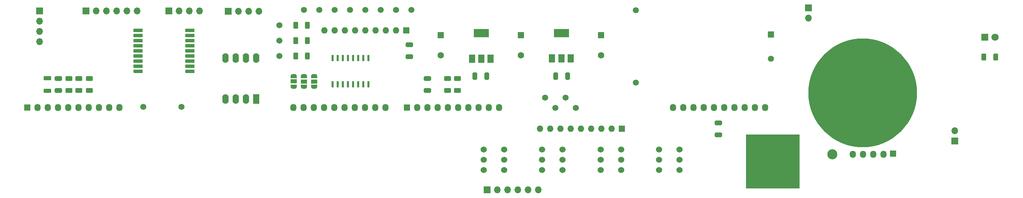
<source format=gbs>
%TF.GenerationSoftware,KiCad,Pcbnew,(6.0.0)*%
%TF.CreationDate,2022-01-20T15:09:40+01:00*%
%TF.ProjectId,AlimentatoreDaBancoExATX,416c696d-656e-4746-9174-6f7265446142,rev?*%
%TF.SameCoordinates,Original*%
%TF.FileFunction,Soldermask,Bot*%
%TF.FilePolarity,Negative*%
%FSLAX46Y46*%
G04 Gerber Fmt 4.6, Leading zero omitted, Abs format (unit mm)*
G04 Created by KiCad (PCBNEW (6.0.0)) date 2022-01-20 15:09:40*
%MOMM*%
%LPD*%
G01*
G04 APERTURE LIST*
G04 Aperture macros list*
%AMRoundRect*
0 Rectangle with rounded corners*
0 $1 Rounding radius*
0 $2 $3 $4 $5 $6 $7 $8 $9 X,Y pos of 4 corners*
0 Add a 4 corners polygon primitive as box body*
4,1,4,$2,$3,$4,$5,$6,$7,$8,$9,$2,$3,0*
0 Add four circle primitives for the rounded corners*
1,1,$1+$1,$2,$3*
1,1,$1+$1,$4,$5*
1,1,$1+$1,$6,$7*
1,1,$1+$1,$8,$9*
0 Add four rect primitives between the rounded corners*
20,1,$1+$1,$2,$3,$4,$5,0*
20,1,$1+$1,$4,$5,$6,$7,0*
20,1,$1+$1,$6,$7,$8,$9,0*
20,1,$1+$1,$8,$9,$2,$3,0*%
%AMFreePoly0*
4,1,22,0.550000,-0.750000,0.000000,-0.750000,0.000000,-0.745033,-0.079941,-0.743568,-0.215256,-0.701293,-0.333266,-0.622738,-0.424486,-0.514219,-0.481581,-0.384460,-0.499164,-0.250000,-0.500000,-0.250000,-0.500000,0.250000,-0.499164,0.250000,-0.499963,0.256109,-0.478152,0.396186,-0.417904,0.524511,-0.324060,0.630769,-0.204165,0.706417,-0.067858,0.745374,0.000000,0.744959,0.000000,0.750000,
0.550000,0.750000,0.550000,-0.750000,0.550000,-0.750000,$1*%
%AMFreePoly1*
4,1,20,0.000000,0.744959,0.073905,0.744508,0.209726,0.703889,0.328688,0.626782,0.421226,0.519385,0.479903,0.390333,0.500000,0.250000,0.500000,-0.250000,0.499851,-0.262216,0.476331,-0.402017,0.414519,-0.529596,0.319384,-0.634700,0.198574,-0.708877,0.061801,-0.746166,0.000000,-0.745033,0.000000,-0.750000,-0.550000,-0.750000,-0.550000,0.750000,0.000000,0.750000,0.000000,0.744959,
0.000000,0.744959,$1*%
%AMFreePoly2*
4,1,18,-1.143000,0.320000,-1.136910,0.350615,-1.119569,0.376569,-1.093615,0.393910,-1.063000,0.400000,1.063000,0.400000,1.093615,0.393910,1.119569,0.376569,1.136910,0.350615,1.143000,0.320000,1.143000,-0.320000,1.136910,-0.350615,1.119569,-0.376569,1.093615,-0.393910,1.063000,-0.400000,-0.983000,-0.400000,-1.143000,-0.240000,-1.143000,0.320000,-1.143000,0.320000,$1*%
G04 Aperture macros list end*
%ADD10C,1.524000*%
%ADD11R,1.524000X1.524000*%
%ADD12O,1.524000X1.800000*%
%ADD13R,1.800000X1.800000*%
%ADD14C,1.800000*%
%ADD15C,27.000000*%
%ADD16C,2.500000*%
%ADD17R,1.700000X1.700000*%
%ADD18O,1.700000X1.700000*%
%ADD19C,1.500000*%
%ADD20RoundRect,0.137500X-0.137500X0.662500X-0.137500X-0.662500X0.137500X-0.662500X0.137500X0.662500X0*%
%ADD21RoundRect,0.250000X-0.312500X-0.625000X0.312500X-0.625000X0.312500X0.625000X-0.312500X0.625000X0*%
%ADD22FreePoly0,90.000000*%
%ADD23R,1.500000X1.000000*%
%ADD24FreePoly1,90.000000*%
%ADD25R,1.600000X1.600000*%
%ADD26O,1.600000X1.600000*%
%ADD27RoundRect,0.250000X0.650000X-0.325000X0.650000X0.325000X-0.650000X0.325000X-0.650000X-0.325000X0*%
%ADD28RoundRect,0.250000X-0.625000X0.312500X-0.625000X-0.312500X0.625000X-0.312500X0.625000X0.312500X0*%
%ADD29R,1.500000X2.000000*%
%ADD30R,3.800000X2.000000*%
%ADD31R,1.500000X1.500000*%
%ADD32R,1.600000X2.400000*%
%ADD33O,1.600000X2.400000*%
%ADD34RoundRect,0.250000X-0.325000X-0.650000X0.325000X-0.650000X0.325000X0.650000X-0.325000X0.650000X0*%
%ADD35RoundRect,0.250000X-0.700000X0.275000X-0.700000X-0.275000X0.700000X-0.275000X0.700000X0.275000X0*%
%ADD36RoundRect,0.250000X-0.650000X0.325000X-0.650000X-0.325000X0.650000X-0.325000X0.650000X0.325000X0*%
%ADD37FreePoly2,0.000000*%
%ADD38RoundRect,0.080000X-1.063000X-0.320000X1.063000X-0.320000X1.063000X0.320000X-1.063000X0.320000X0*%
%ADD39C,1.600000*%
%ADD40RoundRect,0.250000X0.312500X0.625000X-0.312500X0.625000X-0.312500X-0.625000X0.312500X-0.625000X0*%
G04 APERTURE END LIST*
%TO.C,QR*%
G36*
X220803000Y-80187000D02*
G01*
X207503000Y-80187000D01*
X207503000Y-93487000D01*
X220803000Y-93487000D01*
X220803000Y-80187000D01*
G37*
%TD*%
D10*
%TO.C,SW2*%
X156864200Y-83896200D03*
X156864200Y-86436200D03*
X156864200Y-88976200D03*
X161944200Y-83896200D03*
X161944200Y-86436200D03*
X161944200Y-88976200D03*
%TD*%
D11*
%TO.C,OLED1*%
X123335500Y-73431400D03*
D12*
X125875500Y-73431400D03*
X128415500Y-73431400D03*
X130955500Y-73431400D03*
X133495500Y-73431400D03*
X136035500Y-73431400D03*
X138575500Y-73431400D03*
X141115500Y-73431400D03*
X143655500Y-73431400D03*
X146195500Y-73431400D03*
X189375500Y-73431400D03*
X191915500Y-73431400D03*
X194455500Y-73431400D03*
X196995500Y-73431400D03*
X199535500Y-73431400D03*
X202075500Y-73431400D03*
X204615500Y-73431400D03*
X207155500Y-73431400D03*
X209695500Y-73431400D03*
X212235500Y-73431400D03*
%TD*%
D13*
%TO.C,D1*%
X266760500Y-56020600D03*
D14*
X269300500Y-56020600D03*
%TD*%
D10*
%TO.C,SW1*%
X142332300Y-83896200D03*
X142332300Y-86436200D03*
X142332300Y-88976200D03*
X147412300Y-83896200D03*
X147412300Y-86436200D03*
X147412300Y-88976200D03*
%TD*%
D11*
%TO.C,U2*%
X243941600Y-84912200D03*
D12*
X241579400Y-85064600D03*
X239039400Y-85090000D03*
X236499400Y-85090000D03*
X233959400Y-85090000D03*
D15*
X236474000Y-69850000D03*
D16*
X228879400Y-85090000D03*
%TD*%
D10*
%TO.C,SW3*%
X171396100Y-83896200D03*
X171396100Y-86436200D03*
X171396100Y-88976200D03*
X176476100Y-83896200D03*
X176476100Y-86436200D03*
X176476100Y-88976200D03*
%TD*%
D17*
%TO.C,240VAC Switch*%
X259334000Y-81788000D03*
D18*
X259334000Y-79248000D03*
%TD*%
D10*
%TO.C,SW4*%
X185928000Y-83896200D03*
X185928000Y-86436200D03*
X185928000Y-88976200D03*
X191008000Y-83896200D03*
X191008000Y-86436200D03*
X191008000Y-88976200D03*
%TD*%
D17*
%TO.C,J240VACPower*%
X223012000Y-48768000D03*
D18*
X223012000Y-51308000D03*
%TD*%
D11*
%TO.C,OLED2*%
X29122500Y-73431400D03*
D12*
X31662500Y-73431400D03*
X34202500Y-73431400D03*
X36742500Y-73431400D03*
X39282500Y-73431400D03*
X41822500Y-73431400D03*
X44362500Y-73431400D03*
X46902500Y-73431400D03*
X49442500Y-73431400D03*
X51982500Y-73431400D03*
X95162500Y-73431400D03*
X97702500Y-73431400D03*
X100242500Y-73431400D03*
X102782500Y-73431400D03*
X105322500Y-73431400D03*
X107862500Y-73431400D03*
X110402500Y-73431400D03*
X112942500Y-73431400D03*
X115482500Y-73431400D03*
X118022500Y-73431400D03*
%TD*%
D19*
%TO.C,Up1*%
X162705500Y-70967600D03*
%TD*%
%TO.C,TP7*%
X97729300Y-49225200D03*
%TD*%
D20*
%TO.C,U1*%
X104841300Y-61215200D03*
X106111300Y-61215200D03*
X107381300Y-61215200D03*
X108651300Y-61215200D03*
X109921300Y-61215200D03*
X111191300Y-61215200D03*
X112461300Y-61215200D03*
X113731300Y-61215200D03*
X113731300Y-67715200D03*
X112461300Y-67715200D03*
X111191300Y-67715200D03*
X109921300Y-67715200D03*
X108651300Y-67715200D03*
X107381300Y-67715200D03*
X106111300Y-67715200D03*
X104841300Y-67715200D03*
%TD*%
D21*
%TO.C,R2*%
X95697300Y-53035200D03*
X98622300Y-53035200D03*
%TD*%
D19*
%TO.C,Up3*%
X157625500Y-70967600D03*
%TD*%
%TO.C,TP3*%
X112969300Y-49225200D03*
%TD*%
D22*
%TO.C,JP2*%
X97729300Y-68305200D03*
D23*
X97729300Y-67005200D03*
D24*
X97729300Y-65705200D03*
%TD*%
D25*
%TO.C,RN1*%
X123129300Y-54305200D03*
D26*
X120589300Y-54305200D03*
X118049300Y-54305200D03*
X115509300Y-54305200D03*
X112969300Y-54305200D03*
X110429300Y-54305200D03*
X107889300Y-54305200D03*
X105349300Y-54305200D03*
X102809300Y-54305200D03*
%TD*%
D19*
%TO.C,TP6*%
X101539300Y-49225200D03*
%TD*%
%TO.C,TP4*%
X109159300Y-49225200D03*
%TD*%
D27*
%TO.C,C1*%
X128440900Y-69242200D03*
X128440900Y-66292200D03*
%TD*%
D19*
%TO.C,SWDIO1*%
X57912000Y-73304400D03*
%TD*%
D28*
%TO.C,R9*%
X41903100Y-66304700D03*
X41903100Y-69229700D03*
%TD*%
D21*
%TO.C,R3*%
X95697300Y-60655200D03*
X98622300Y-60655200D03*
%TD*%
D17*
%TO.C,J1*%
X43681100Y-49479200D03*
D18*
X46221100Y-49479200D03*
X48761100Y-49479200D03*
X51301100Y-49479200D03*
X53841100Y-49479200D03*
X56381100Y-49479200D03*
%TD*%
D22*
%TO.C,JP3*%
X95189300Y-68275200D03*
D23*
X95189300Y-66975200D03*
D24*
X95189300Y-65675200D03*
%TD*%
D19*
%TO.C,TP5*%
X105349300Y-49225200D03*
%TD*%
D29*
%TO.C,U4*%
X163945600Y-61265600D03*
D30*
X161645600Y-54965600D03*
D29*
X161645600Y-61265600D03*
X159345600Y-61265600D03*
%TD*%
D22*
%TO.C,JP1*%
X100269300Y-68305200D03*
D23*
X100269300Y-67005200D03*
D24*
X100269300Y-65705200D03*
%TD*%
D19*
%TO.C,TP1*%
X120589300Y-49225200D03*
%TD*%
D21*
%TO.C,R1*%
X95697300Y-56845200D03*
X98622300Y-56845200D03*
%TD*%
D31*
%TO.C,PS1*%
X213693900Y-55318400D03*
D19*
X213693900Y-61318400D03*
X180093900Y-49318400D03*
X180093900Y-67318400D03*
%TD*%
D28*
%TO.C,R7*%
X44468500Y-66304700D03*
X44468500Y-69229700D03*
%TD*%
D32*
%TO.C,SW5*%
X85892800Y-71369000D03*
D33*
X83352800Y-71369000D03*
X80812800Y-71369000D03*
X78272800Y-71369000D03*
X78272800Y-61209000D03*
X80812800Y-61209000D03*
X83352800Y-61209000D03*
X85892800Y-61209000D03*
%TD*%
D17*
%TO.C,J2*%
X78917800Y-49606200D03*
D18*
X81457800Y-49606200D03*
X83997800Y-49606200D03*
X86537800Y-49606200D03*
%TD*%
D34*
%TO.C,C5*%
X160221400Y-65684400D03*
X163171400Y-65684400D03*
%TD*%
D17*
%TO.C,J7*%
X32156400Y-49530000D03*
D18*
X32156400Y-52070000D03*
X32156400Y-54610000D03*
X32156400Y-57150000D03*
%TD*%
D19*
%TO.C,TP2*%
X116779300Y-49225200D03*
%TD*%
D35*
%TO.C,L1*%
X34105300Y-66192200D03*
X34105300Y-69342200D03*
%TD*%
D19*
%TO.C,Up2*%
X160165500Y-73507600D03*
%TD*%
D25*
%TO.C,RN2*%
X176631600Y-78689200D03*
D26*
X174091600Y-78689200D03*
X171551600Y-78689200D03*
X169011600Y-78689200D03*
X166471600Y-78689200D03*
X163931600Y-78689200D03*
X161391600Y-78689200D03*
X158851600Y-78689200D03*
X156311600Y-78689200D03*
%TD*%
D36*
%TO.C,C9*%
X123952000Y-57912000D03*
X123952000Y-60862000D03*
%TD*%
D37*
%TO.C,BT1*%
X56629300Y-64516000D03*
D38*
X56629300Y-63246000D03*
X56629300Y-61976000D03*
X56629300Y-60706000D03*
X56629300Y-59436000D03*
X56629300Y-58166000D03*
X56629300Y-56896000D03*
X56629300Y-55626000D03*
X56629300Y-54356000D03*
X69456300Y-54356000D03*
X69456300Y-55626000D03*
X69456300Y-56896000D03*
X69456300Y-58166000D03*
X69456300Y-59436000D03*
X69456300Y-60706000D03*
X69456300Y-61976000D03*
X69456300Y-63246000D03*
X69456300Y-64516000D03*
%TD*%
D36*
%TO.C,C3*%
X36797700Y-66292200D03*
X36797700Y-69242200D03*
%TD*%
D28*
%TO.C,R8*%
X39439300Y-66304700D03*
X39439300Y-69229700D03*
%TD*%
D29*
%TO.C,U3*%
X144082800Y-61316400D03*
X141782800Y-61316400D03*
D30*
X141782800Y-55016400D03*
D29*
X139482800Y-61316400D03*
%TD*%
D19*
%TO.C,Up0*%
X165245500Y-73507600D03*
%TD*%
D17*
%TO.C,J4*%
X64211200Y-49530000D03*
D18*
X66751200Y-49530000D03*
X69291200Y-49530000D03*
X71831200Y-49530000D03*
%TD*%
D17*
%TO.C,J3*%
X143256000Y-93878400D03*
D18*
X145796000Y-93878400D03*
X148336000Y-93878400D03*
X150876000Y-93878400D03*
X153416000Y-93878400D03*
X155956000Y-93878400D03*
%TD*%
D19*
%TO.C,TP8*%
X91633300Y-56845200D03*
%TD*%
%TO.C,TP9*%
X91633300Y-53035200D03*
%TD*%
D27*
%TO.C,C2*%
X200660000Y-80215000D03*
X200660000Y-77265000D03*
%TD*%
D25*
%TO.C,C4*%
X171500800Y-55524400D03*
D39*
X171500800Y-60524400D03*
%TD*%
D40*
%TO.C,R4*%
X269432500Y-60960000D03*
X266507500Y-60960000D03*
%TD*%
D28*
%TO.C,R5*%
X133368500Y-66304700D03*
X133368500Y-69229700D03*
%TD*%
D25*
%TO.C,C7*%
X131673600Y-55524400D03*
D39*
X131673600Y-60524400D03*
%TD*%
D34*
%TO.C,C6*%
X140204400Y-65684400D03*
X143154400Y-65684400D03*
%TD*%
D19*
%TO.C,TP10*%
X91633300Y-60655200D03*
%TD*%
%TO.C,TP0*%
X124399300Y-49225200D03*
%TD*%
D25*
%TO.C,C8*%
X151587200Y-55473600D03*
D39*
X151587200Y-60473600D03*
%TD*%
D19*
%TO.C,SWCLOK1*%
X67360800Y-73304400D03*
%TD*%
D28*
%TO.C,R6*%
X135857700Y-66304700D03*
X135857700Y-69229700D03*
%TD*%
M02*

</source>
